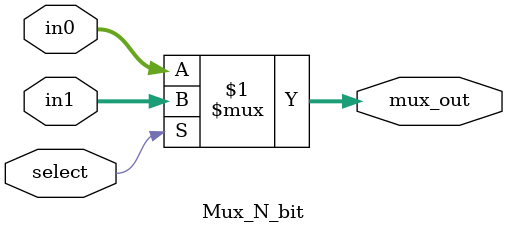
<source format=v>
module tb_Mux_N_bit;
    reg [4:0] in0_5, in1_5;           
    reg [15:0] in0_16, in1_16;         
    reg [31:0] in0_32, in1_32;         
    wire [4:0] mux_out_5;              
    wire [15:0] mux_out_16;            
    wire [31:0] mux_out_32;        
    reg select;

    Mux_N_bit #(5) uut_5 (.in0(in0_5), .in1(in1_5), .mux_out(mux_out_5), .select(select));
    Mux_N_bit #(16) uut_16 (.in0(in0_16), .in1(in1_16), .mux_out(mux_out_16), .select(select));
    Mux_N_bit #(32) uut_32 (.in0(in0_32), .in1(in1_32), .mux_out(mux_out_32), .select(select));

    initial begin
        select = 0;
        in0_5 = 5'b00001;   in1_5 = 5'b00010;           
        in0_16 = 16'h1234;  in1_16 = 16'h5678;          
        in0_32 = 32'hABCDEF12; in1_32 = 32'h98765432; 
	
        $display("------Test Mux N bit------");
        $monitor("Time=%0t Select=%b \n\tN=5  : in0=%b| in1=%b| mux_out=%b \n\tN=16: in0=%h| in1=%h| mux_out=%h \n\tN=32: in0=%h| in1=%h| mux_out=%h",
            $time, select, in0_5, in1_5, mux_out_5, in0_16, in1_16, mux_out_16,  in0_32, in1_32, mux_out_32);
        
        #1;  

        #10;
        select = 0;
        in0_5 = 5'b10101; in1_5 = 5'b11011;
        in0_16 = 16'hA5A5; in1_16 = 16'h5A5A;
        in0_32 = 32'h12345678; in1_32 = 32'h87654321;

        #10;
        select = 1;
        in0_5 = 5'b01010; in1_5 = 5'b11111;
        in0_16 = 16'hABCD; in1_16 = 16'hDCBA;
        in0_32 = 32'h1A2B3C4D; in1_32 = 32'h4D3C2B1A;

        #10;
        $finish;  
    end
endmodule


// Mux N bit
module Mux_N_bit (in0, in1, mux_out, select);
	parameter N=5;
	input [N-1:0] in0, in1;
	output [N-1:0] mux_out;
	input select;
	assign mux_out = select ? in1 : in0;
endmodule
</source>
